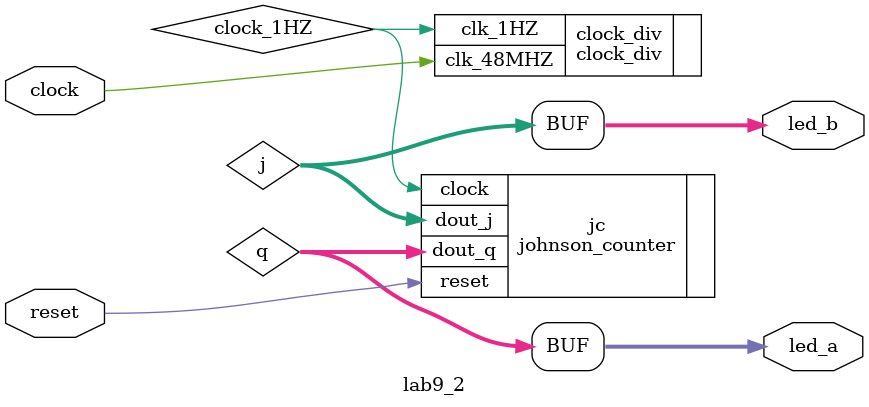
<source format=v>
module lab9_2(clock,reset,led_a,led_b);
    input        clock,reset;
    output [3:0] led_a;
    output [7:0] led_b;
    wire         clock_1HZ;
	wire         [3:0]q;
	wire         [7:0]j;
	wire		  reset;

    clock_div clock_div(
                        .clk_48MHZ  (clock),
                        .clk_1HZ    (clock_1HZ)
                        );

    johnson_counter jc(
                        .clock  (clock_1HZ),
                        .reset  (reset),
                        .dout_q (q),
                        .dout_j (j)
                        );
						
	assign led_a = q;
	assign led_b = j;
endmodule
</source>
